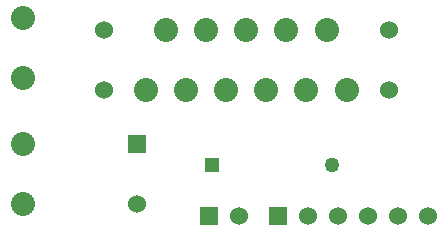
<source format=gbr>
G04 Title: (unknown), solder mask component side *
G04 Creator: pcb-bin 1.99p *
G04 CreationDate: Wed Dec  8 04:36:31 2004 UTC *
G04 For: alan *
G04 Format: Gerber/RS-274X *
G04 PCB-Dimensions: 157500 99500 *
G04 PCB-Coordinate-Origin: lower left *
%MOIN*%
%FSLAX24Y24*%
%IPPOS*%
%ADD11C,0.0400*%
%ADD12R,0.0500X0.0500*%
%ADD13C,0.0500*%
%ADD14C,0.0200*%
%ADD15C,0.0080*%
%ADD16C,0.0800*%
%ADD17C,0.0100*%
%ADD18R,0.0600X0.0600*%
%ADD19C,0.0600*%
%ADD20C,0.0150*%
%ADD21C,0.0110*%
%LNGROUP_1*%
%LPD*%
G01X0Y0D02*
G54D12*X7800Y2850D03*
G54D13*X11800D03*
G54D16*X1500Y5750D03*
Y7750D03*
G54D18*X10000Y1150D03*
G54D19*X11000D03*
X12000D03*
X13000D03*
X14000D03*
X15000D03*
X4200Y7350D03*
Y5350D03*
G54D16*X5600D03*
X7610Y7350D03*
X10960Y5350D03*
X6270Y7350D03*
X6940Y5350D03*
X10290Y7350D03*
X8950D03*
X8280Y5350D03*
X11630Y7350D03*
X9620Y5350D03*
X12300D03*
G54D19*X13700D03*
Y7350D03*
G54D18*X5300Y3550D03*
G54D19*Y1550D03*
G54D16*X1500D03*
Y3550D03*
G54D18*X7700Y1150D03*
G54D19*X8700D03*
M02*

</source>
